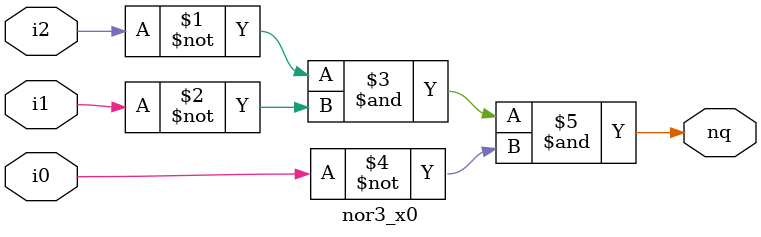
<source format=v>
/*                                                                      */
/*  Avertec Release v3.4p5 (64 bits on Linux 6.7.12+bpo-amd64)          */
/*  [AVT_only] host: fsdev                                              */
/*  [AVT_only] arch: x86_64                                             */
/*  [AVT_only] path: /opt/tasyag-3.4p5/bin/avt_shell                    */
/*  argv:                                                               */
/*                                                                      */
/*  User: verhaegs                                                      */
/*  Generation date Tue Sep 24 13:35:35 2024                            */
/*                                                                      */
/*  Verilog data flow description generated from `nor3_x0`              */
/*                                                                      */


`timescale 1 ps/1 ps

module nor3_x0 (nq, i0, i1, i2);

  output nq;
  input  i0;
  input  i1;
  input  i2;


  assign nq = (~(i2) & ~(i1) & ~(i0));

endmodule

</source>
